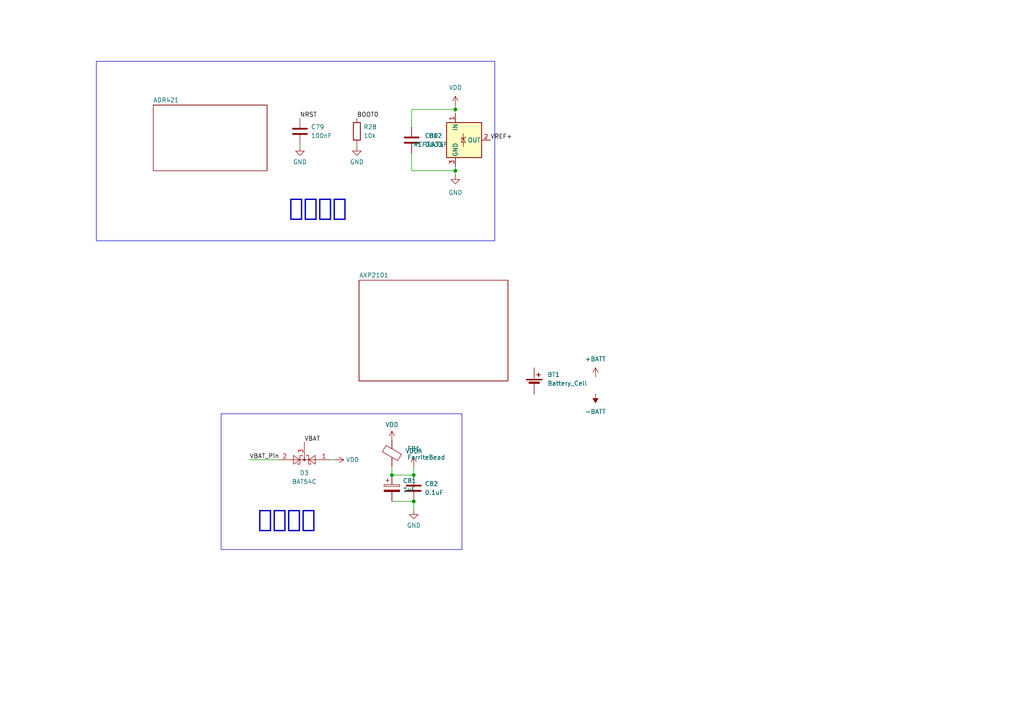
<source format=kicad_sch>
(kicad_sch (version 20231120) (generator "eeschema") (generator_version "8.0")
  (paper "A4")
  (lib_symbols
    (symbol "Device:Battery_Cell" (pin_numbers hide) (pin_names (offset 0) hide)
      (property "Reference" "BT" (at 2.54 2.54 0))
      (property "Value" "Battery_Cell" (at 2.54 0 0))
      (symbol "Battery_Cell_0_1"
        (rectangle (start -2.286 1.778) (end 2.286 1.524) (fill (type outline)))
        (rectangle (start -1.524 1.016) (end 1.524 0.508) (fill (type outline)))
        (polyline (pts (xy 0 0.762) (xy 0 0)))
        (polyline (pts (xy 0 1.778) (xy 0 2.54)))
        (polyline (pts (xy 0.762 3.048) (xy 1.778 3.048)) (stroke (width 0.254)))
        (polyline (pts (xy 1.27 3.556) (xy 1.27 2.54)) (stroke (width 0.254)))
      )
      (symbol "Battery_Cell_1_1"
        (pin passive line (at 0 5.08 270) (length 2.54) (name "+") (number "1"))
        (pin passive line (at 0 -2.54 90) (length 2.54) (name "-") (number "2"))
      )
    )
    (symbol "Device:C" (pin_numbers hide) (pin_names (offset 0.254))
      (property "Reference" "C" (at 0.635 2.54 0))
      (property "Value" "C" (at 0.635 -2.54 0))
      (symbol "C_0_1"
        (polyline (pts (xy -2.032 -0.762) (xy 2.032 -0.762)) (stroke (width 0.508)))
        (polyline (pts (xy -2.032 0.762) (xy 2.032 0.762)) (stroke (width 0.508)))
      )
      (symbol "C_1_1"
        (pin passive line (at 0 3.81 270) (length 2.794) (name "~") (number "1"))
        (pin passive line (at 0 -3.81 90) (length 2.794) (name "~") (number "2"))
      )
    )
    (symbol "Device:C_Polarized" (pin_numbers hide) (pin_names (offset 0.254))
      (property "Reference" "C" (at 0.635 2.54 0))
      (property "Value" "C_Polarized" (at 0.635 -2.54 0))
      (symbol "C_Polarized_0_1"
        (rectangle (start -2.286 0.508) (end 2.286 1.016))
        (polyline (pts (xy -1.778 2.286) (xy -0.762 2.286)))
        (polyline (pts (xy -1.27 2.794) (xy -1.27 1.778)))
        (rectangle (start 2.286 -0.508) (end -2.286 -1.016) (fill (type outline)))
      )
      (symbol "C_Polarized_1_1"
        (pin passive line (at 0 3.81 270) (length 2.794) (name "~") (number "1"))
        (pin passive line (at 0 -3.81 90) (length 2.794) (name "~") (number "2"))
      )
    )
    (symbol "Device:FerriteBead" (pin_numbers hide) (pin_names (offset 0))
      (property "Reference" "FB" (at -3.81 0.635 90))
      (property "Value" "FerriteBead" (at 3.81 0 90))
      (symbol "FerriteBead_0_1"
        (polyline (pts (xy 0 -1.27) (xy 0 -1.2192)))
        (polyline (pts (xy 0 1.27) (xy 0 1.2954)))
        (polyline (pts (xy -2.7686 0.4064) (xy -1.7018 2.2606) (xy 2.7686 -0.3048) (xy 1.6764 -2.159) (xy -2.7686 0.4064)))
      )
      (symbol "FerriteBead_1_1"
        (pin passive line (at 0 3.81 270) (length 2.54) (name "~") (number "1"))
        (pin passive line (at 0 -3.81 90) (length 2.54) (name "~") (number "2"))
      )
    )
    (symbol "Device:R" (pin_numbers hide) (pin_names (offset 0))
      (property "Reference" "R" (at 2.032 0 90))
      (property "Value" "R" (at 0 0 90))
      (symbol "R_0_1"
        (rectangle (start -1.016 -2.54) (end 1.016 2.54) (stroke (width 0.254)))
      )
      (symbol "R_1_1"
        (pin passive line (at 0 3.81 270) (length 1.27) (name "~") (number "1"))
        (pin passive line (at 0 -3.81 90) (length 1.27) (name "~") (number "2"))
      )
    )
    (symbol "Diode:BAT54C" (pin_names (offset 1.016))
      (property "Reference" "D" (at 0.635 -3.81 0))
      (property "Value" "BAT54C" (at -6.35 3.175 0))
      (symbol "BAT54C_0_1"
        (polyline (pts (xy -1.905 0) (xy 1.905 0)))
        (polyline (pts (xy -1.905 1.27) (xy -1.905 1.016)))
        (polyline (pts (xy -1.27 -1.27) (xy -0.635 -1.27)))
        (polyline (pts (xy -1.27 0) (xy -3.81 0)))
        (polyline (pts (xy -1.27 1.27) (xy -1.905 1.27)))
        (polyline (pts (xy -1.27 1.27) (xy -1.27 -1.27)))
        (polyline (pts (xy -0.635 -1.27) (xy -0.635 -1.016)))
        (polyline (pts (xy 0.635 -1.27) (xy 0.635 -1.016)))
        (polyline (pts (xy 1.27 -1.27) (xy 0.635 -1.27)))
        (polyline (pts (xy 1.27 1.27) (xy 1.27 -1.27)))
        (polyline (pts (xy 1.27 1.27) (xy 1.905 1.27)))
        (polyline (pts (xy 1.905 1.27) (xy 1.905 1.016)))
        (polyline (pts (xy 3.81 0) (xy 1.27 0)))
        (polyline (pts (xy -3.175 -1.27) (xy -3.175 1.27) (xy -1.27 0) (xy -3.175 -1.27)))
        (polyline (pts (xy 3.175 -1.27) (xy 3.175 1.27) (xy 1.27 0) (xy 3.175 -1.27)))
        (circle (center 0 0) (radius 0.254) (fill (type outline)))
      )
      (symbol "BAT54C_1_1"
        (pin passive line (at -7.62 0 0) (length 3.81) (name "~") (number "1"))
        (pin passive line (at 7.62 0 180) (length 3.81) (name "~") (number "2"))
        (pin passive line (at 0 -5.08 90) (length 5.08) (name "~") (number "3"))
      )
    )
    (symbol "PCM_4ms_Power-symbol:GND" (power) (pin_names (offset 0))
      (property "Value" "GND" (at 0 -3.81 0))
      (symbol "GND_0_1"
        (polyline (pts (xy 0 0) (xy 0 -1.27) (xy 1.27 -1.27) (xy 0 -2.54) (xy -1.27 -1.27) (xy 0 -1.27)))
      )
      (symbol "GND_1_1"
        (pin power_in line (at 0 0 270) (length 0) hide (name "GND") (number "1"))
      )
    )
    (symbol "Reference_Voltage:REF3033" (pin_names (offset 0.254))
      (property "Reference" "U" (at 0 6.35 0))
      (property "Value" "REF3033" (at 2.54 -6.35 0))
      (symbol "REF3033_0_1"
        (rectangle (start -5.08 5.08) (end 5.08 -5.08) (stroke (width 0.254)) (fill (type background)))
        (polyline (pts (xy -0.254 1.905) (xy -0.254 -1.905)))
        (polyline (pts (xy -0.889 -0.635) (xy 0.381 -0.635) (xy -0.254 0.635) (xy -0.889 -0.635)))
        (polyline (pts (xy 0.381 1.016) (xy 0.381 0.635) (xy -0.889 0.635) (xy -0.889 0.254)))
      )
      (symbol "REF3033_1_1"
        (pin power_in line (at -2.54 7.62 270) (length 2.54) (name "IN") (number "1"))
        (pin power_out line (at 7.62 0 180) (length 2.54) (name "OUT") (number "2"))
        (pin power_in line (at -2.54 -7.62 90) (length 2.54) (name "GND") (number "3"))
      )
    )
    (symbol "power:+BATT" (power) (pin_numbers hide) (pin_names (offset 0) hide)
      (property "Value" "+BATT" (at 0 3.556 0))
      (symbol "+BATT_0_1"
        (polyline (pts (xy -0.762 1.27) (xy 0 2.54)))
        (polyline (pts (xy 0 0) (xy 0 2.54)))
        (polyline (pts (xy 0 2.54) (xy 0.762 1.27)))
      )
      (symbol "+BATT_1_1"
        (pin power_in line (at 0 0 90) (length 0) (name "~") (number "1"))
      )
    )
    (symbol "power:-BATT" (power) (pin_numbers hide) (pin_names (offset 0) hide)
      (property "Value" "-BATT" (at 0 3.556 0))
      (symbol "-BATT_0_1"
        (polyline (pts (xy 0 0) (xy 0 2.54)))
        (polyline (pts (xy 0.762 1.27) (xy -0.762 1.27) (xy 0 2.54) (xy 0.762 1.27)) (fill (type outline)))
      )
      (symbol "-BATT_1_1"
        (pin power_in line (at 0 0 90) (length 0) (name "~") (number "1"))
      )
    )
    (symbol "power:GND" (power) (pin_numbers hide) (pin_names (offset 0) hide)
      (property "Value" "GND" (at 0 -3.81 0))
      (symbol "GND_0_1"
        (polyline (pts (xy 0 0) (xy 0 -1.27) (xy 1.27 -1.27) (xy 0 -2.54) (xy -1.27 -1.27) (xy 0 -1.27)))
      )
      (symbol "GND_1_1"
        (pin power_in line (at 0 0 270) (length 0) (name "~") (number "1"))
      )
    )
    (symbol "power:VDD" (power) (pin_numbers hide) (pin_names (offset 0) hide)
      (property "Value" "VDD" (at 0 3.556 0))
      (symbol "VDD_0_1"
        (polyline (pts (xy -0.762 1.27) (xy 0 2.54)))
        (polyline (pts (xy 0 0) (xy 0 2.54)))
        (polyline (pts (xy 0 2.54) (xy 0.762 1.27)))
      )
      (symbol "VDD_1_1"
        (pin power_in line (at 0 0 90) (length 0) (name "~") (number "1"))
      )
    )
    (symbol "power:VDDA" (power) (pin_numbers hide) (pin_names (offset 0) hide)
      (property "Value" "VDDA" (at 0 3.556 0))
      (symbol "VDDA_0_1"
        (polyline (pts (xy -0.762 1.27) (xy 0 2.54)))
        (polyline (pts (xy 0 0) (xy 0 2.54)))
        (polyline (pts (xy 0 2.54) (xy 0.762 1.27)))
      )
      (symbol "VDDA_1_1"
        (pin power_in line (at 0 0 90) (length 0) (name "~") (number "1"))
      )
    )
  )
  (junction (at 132.08 31.75))
  (junction (at 120.015 137.795))
  (junction (at 113.665 137.795))
  (junction (at 120.015 145.415))
  (junction (at 132.08 49.53))
  (wire (pts (xy 120.015 135.255) (xy 120.015 137.795)))
  (wire (pts (xy 95.885 133.35) (xy 97.155 133.35)))
  (wire (pts (xy 113.665 137.795) (xy 120.015 137.795)))
  (wire (pts (xy 72.39 133.35) (xy 80.645 133.35)))
  (wire (pts (xy 119.38 44.45) (xy 119.38 49.53)))
  (wire (pts (xy 113.665 135.255) (xy 113.665 137.795)))
  (wire (pts (xy 132.08 48.26) (xy 132.08 49.53)))
  (wire (pts (xy 86.995 41.91) (xy 86.995 42.545)))
  (wire (pts (xy 132.08 30.48) (xy 132.08 31.75)))
  (wire (pts (xy 119.38 31.75) (xy 132.08 31.75)))
  (wire (pts (xy 119.38 49.53) (xy 132.08 49.53)))
  (wire (pts (xy 120.015 147.955) (xy 120.015 145.415)))
  (wire (pts (xy 132.08 31.75) (xy 132.08 33.02)))
  (wire (pts (xy 119.38 36.83) (xy 119.38 31.75)))
  (wire (pts (xy 103.505 41.91) (xy 103.505 42.545)))
  (wire (pts (xy 120.015 145.415) (xy 113.665 145.415)))
  (wire (pts (xy 132.08 49.53) (xy 132.08 50.8)))
  (rectangle (start 64.135 120.015) (end 133.985 159.385))
  (rectangle (start 27.94 17.78) (end 143.51 69.85))
  (text "充电保护" (at 83.185 152.273 0) (effects (font (size 5 5) (thickness 1) (bold yes))))
  (text "参考电压" (at 92.202 61.976 0) (effects (font (size 5 5) (thickness 1) (bold yes))))
  (label "VBAT" (at 88.265 128.27 0))
  (label "VBAT_Pin" (at 72.39 133.35 0))
  (label "VREF+" (at 142.24 40.64 0))
  (label "NRST" (at 86.995 34.29 0))
  (label "BOOT0" (at 103.505 34.29 0))
  (symbol (lib_id "PCM_4ms_Power-symbol:GND") (at 86.995 42.545 0) (unit 1)
    (property "Reference" "#PWR0105" (effects (hide yes)))
    (property "Value" "GND" (at 86.995 46.99 0))
  )
  (symbol (lib_id "power:VDD") (at 113.665 127.635 0) (unit 1)
    (property "Reference" "#PWR0110" (effects (hide yes)))
    (property "Value" "VDD" (at 113.665 123.19 0))
    (property "Description" "Power symbol creates a global label with name \"VDD\"" (effects (hide yes)))
  )
  (symbol (lib_id "power:-BATT") (at 172.72 114.3 180) (unit 1)
    (property "Reference" "#PWR0109" (effects (hide yes)))
    (property "Value" "-BATT" (at 172.72 119.38 0))
    (property "Description" "Power symbol creates a global label with name \"-BATT\"" (effects (hide yes)))
  )
  (symbol (lib_id "Device:R") (at 103.505 38.1 0) (unit 1)
    (property "Reference" "R28" (at 105.41 36.8299 0) (effects (justify left)))
    (property "Value" "10k" (at 105.41 39.3699 0) (effects (justify left)))
    (property "Footprint" "Capacitor_SMD:C_0402_1005Metric" (effects (hide yes)))
    (property "Description" "Resistor" (effects (hide yes)))
  )
  (symbol (lib_id "Device:C") (at 119.38 40.64 0) (unit 1)
    (property "Reference" "C80" (at 123.19 39.3699 0) (effects (justify left)))
    (property "Value" "0.47uF" (at 123.19 41.9099 0) (effects (justify left)))
    (property "Description" "Unpolarized capacitor" (effects (hide yes)))
  )
  (symbol (lib_id "power:GND") (at 120.015 147.955 0) (unit 1)
    (property "Reference" "#PWR0113" (effects (hide yes)))
    (property "Value" "GND" (at 120.015 152.4 0))
    (property "Description" "Power symbol creates a global label with name \"GND\" , ground" (effects (hide yes)))
  )
  (symbol (lib_id "PCM_4ms_Power-symbol:GND") (at 103.505 42.545 0) (unit 1)
    (property "Reference" "#PWR0106" (effects (hide yes)))
    (property "Value" "GND" (at 103.505 46.99 0))
  )
  (symbol (lib_id "Reference_Voltage:REF3033") (at 134.62 40.64 0) (unit 1)
    (property "Reference" "U12" (at 128.27 39.3699 0) (effects (justify right)))
    (property "Value" "REF3033" (at 128.27 41.9099 0) (effects (font (italic yes)) (justify right)))
    (property "Footprint" "Package_TO_SOT_SMD:SOT-23" (effects (hide yes)))
    (property "Datasheet" "http://www.ti.com/lit/ds/symlink/ref3033.pdf" (effects (hide yes)))
    (property "Description" "3.3V 50-ppm/°C Max, 50-μA, CMOS Voltage Reference, SOT-23-3" (effects (hide yes)))
  )
  (symbol (lib_id "Device:FerriteBead") (at 113.665 131.445 0) (unit 1)
    (property "Reference" "FB1" (at 118.11 130.1241 0) (effects (justify left)))
    (property "Value" "FerriteBead" (at 118.11 132.6641 0) (effects (justify left)))
    (property "Description" "Ferrite bead" (effects (hide yes)))
  )
  (symbol (lib_id "Device:C") (at 86.995 38.1 0) (unit 1)
    (property "Reference" "C79" (at 90.17 36.8299 0) (effects (justify left)))
    (property "Value" "100nF" (at 90.17 39.3699 0) (effects (justify left)))
    (property "Footprint" "Capacitor_SMD:C_0402_1005Metric" (effects (hide yes)))
    (property "Description" "Unpolarized capacitor" (effects (hide yes)))
  )
  (symbol (lib_id "Diode:BAT54C") (at 88.265 133.35 180) (unit 1)
    (property "Reference" "D3" (at 88.265 137.16 0))
    (property "Value" "BAT54C" (at 88.265 139.7 0))
    (property "Footprint" "Package_TO_SOT_SMD:SOT-23" (effects (hide yes)))
    (property "Datasheet" "http://www.diodes.com/_files/datasheets/ds11005.pdf" (effects (hide yes)))
    (property "Description" "dual schottky barrier diode, common cathode" (effects (hide yes)))
  )
  (symbol (lib_id "power:+BATT") (at 172.72 109.22 0) (unit 1)
    (property "Reference" "#PWR0108" (effects (hide yes)))
    (property "Value" "+BATT" (at 172.72 104.14 0))
    (property "Description" "Power symbol creates a global label with name \"+BATT\"" (effects (hide yes)))
  )
  (symbol (lib_id "Device:C_Polarized") (at 113.665 141.605 0) (unit 1)
    (property "Reference" "C81" (at 116.84 139.4459 0) (effects (justify left)))
    (property "Value" "1uF" (at 116.84 141.9859 0) (effects (justify left)))
    (property "Description" "Polarized capacitor" (effects (hide yes)))
  )
  (symbol (lib_id "power:VDD") (at 97.155 133.35 270) (unit 1)
    (property "Reference" "#PWR0111" (effects (hide yes)))
    (property "Value" "VDD" (at 100.33 133.3499 90) (effects (justify left)))
    (property "Description" "Power symbol creates a global label with name \"VDD\"" (effects (hide yes)))
  )
  (symbol (lib_id "power:VDDA") (at 120.015 135.255 0) (unit 1)
    (property "Reference" "#PWR0112" (effects (hide yes)))
    (property "Value" "VDDA" (at 120.015 130.81 0))
    (property "Description" "Power symbol creates a global label with name \"VDDA\"" (effects (hide yes)))
  )
  (symbol (lib_id "Device:Battery_Cell") (at 154.94 111.76 0) (unit 1)
    (property "Reference" "BT1" (at 158.75 108.6484 0) (effects (justify left)))
    (property "Value" "Battery_Cell" (at 158.75 111.1884 0) (effects (justify left)))
    (property "Description" "Single-cell battery" (effects (hide yes)))
  )
  (symbol (lib_id "power:GND") (at 132.08 50.8 0) (unit 1)
    (property "Reference" "#PWR0107" (effects (hide yes)))
    (property "Value" "GND" (at 132.08 55.88 0))
    (property "Description" "Power symbol creates a global label with name \"GND\" , ground" (effects (hide yes)))
  )
  (symbol (lib_id "Device:C") (at 120.015 141.605 0) (unit 1)
    (property "Reference" "C82" (at 123.19 140.3349 0) (effects (justify left)))
    (property "Value" "0.1uF" (at 123.19 142.8749 0) (effects (justify left)))
    (property "Description" "Unpolarized capacitor" (effects (hide yes)))
  )
  (symbol (lib_id "power:VDD") (at 132.08 30.48 0) (unit 1)
    (property "Reference" "#PWR0104" (effects (hide yes)))
    (property "Value" "VDD" (at 132.08 25.4 0))
    (property "Description" "Power symbol creates a global label with name \"VDD\"" (effects (hide yes)))
  )
  (sheet (at 104.14 81.28) (size 43.18 29.21) (stroke (width 0.1524))
    (property "Sheetname" "AXP2101" (at 104.14 80.5684 0) (effects (justify left bottom)))
    (property "Sheetfile" "axp2101.kicad_sch" (effects (hide yes)))
  )
  (sheet (at 44.45 30.48) (size 33.02 19.05) (stroke (width 0.1524))
    (property "Sheetname" "ADR421" (at 44.45 29.7684 0) (effects (justify left bottom)))
    (property "Sheetfile" "adr421.kicad_sch" (effects (hide yes)))
  )
)
</source>
